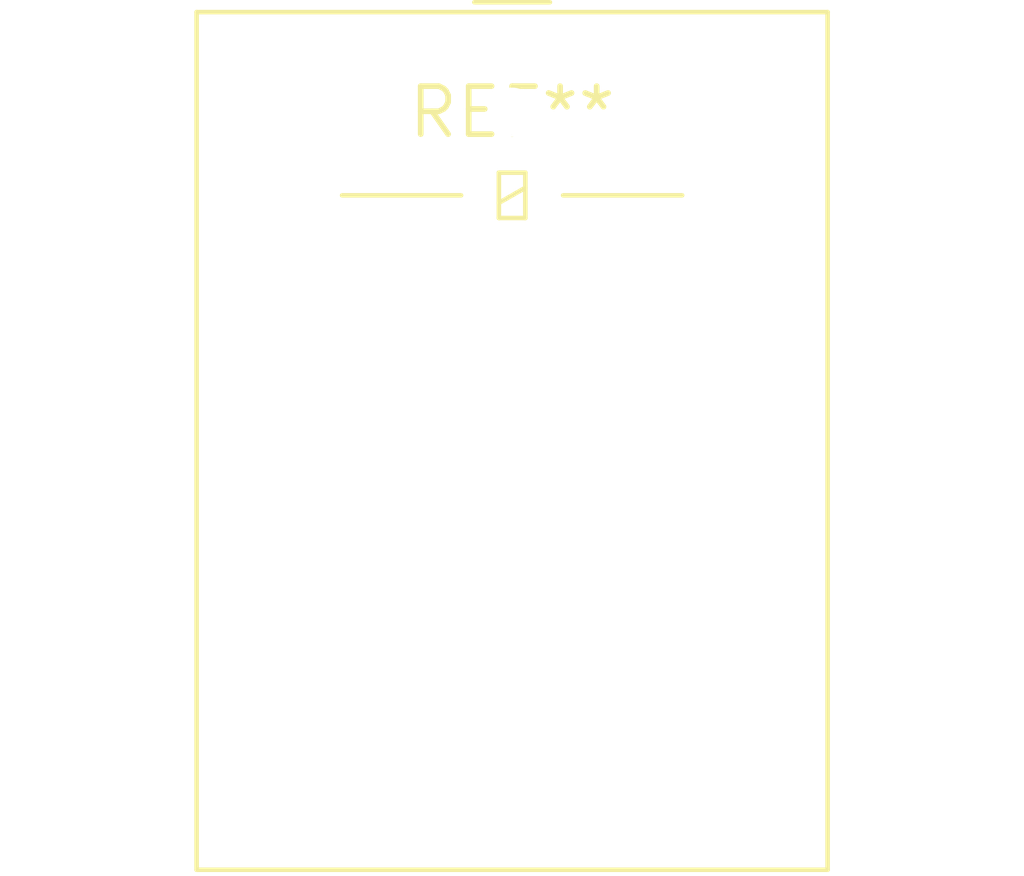
<source format=kicad_pcb>
(kicad_pcb (version 20240108) (generator pcbnew)
  (layers (0 "F.Cu" signal) (31 "B.Cu" signal) (34 "B.Paste" user) (35 "F.Paste" user) (36 "B.SilkS" user "B.Silkscreen") (37 "F.SilkS" user "F.Silkscreen") (38 "B.Mask" user) (39 "F.Mask" user) (44 "Edge.Cuts" user))
  (net 0 "")
  (footprint "Relay_SPDT_Omron-G5LE-1" (layer "F.Cu") (at 0 0)
    (property "Reference" "REF**")
    (property "Value" "Relay_SPDT_Omron-G5LE-1")
    (fp_line (start -8.35 -2.65) (end -8.35 20.05) (layer "F.SilkS") (stroke (width 0.12)))
    (fp_line (start -8.35 20.05) (end 8.35 20.05) (layer "F.SilkS") (stroke (width 0.12)))
    (fp_line (start -4.5 2.2) (end -1.35 2.2) (layer "F.SilkS") (stroke (width 0.12)))
    (fp_line (start -1 -2.91) (end 1 -2.91) (layer "F.SilkS") (stroke (width 0.12)))
    (fp_line (start -0.35 1.6) (end -0.35 2.8) (layer "F.SilkS") (stroke (width 0.12)))
    (fp_line (start -0.35 2.4) (end 0.35 2) (layer "F.SilkS") (stroke (width 0.12)))
    (fp_line (start -0.35 2.8) (end 0.35 2.8) (layer "F.SilkS") (stroke (width 0.12)))
    (fp_line (start 0.35 1.6) (end -0.35 1.6) (layer "F.SilkS") (stroke (width 0.12)))
    (fp_line (start 0.35 2.8) (end 0.35 1.6) (layer "F.SilkS") (stroke (width 0.12)))
    (fp_line (start 1.35 2.2) (end 4.5 2.2) (layer "F.SilkS") (stroke (width 0.12)))
    (fp_line (start 8.35 -2.65) (end -8.35 -2.65) (layer "F.SilkS") (stroke (width 0.12)))
    (fp_line (start 8.35 20.05) (end 8.35 -2.65) (layer "F.SilkS") (stroke (width 0.12)))
    (pad "1" thru_hole rect (at 0 0) (size 2.5 2.5) (drill 1.3) (layers *.Cu *.Mask) (remove_unused_layers))
    (pad "2" thru_hole oval (at -6 2) (size 2.5 2.5) (drill 1.3) (layers *.Cu *.Mask) (remove_unused_layers))
    (pad "3" thru_hole oval (at -6 14.2) (size 2.5 2.5) (drill 1.3) (layers *.Cu *.Mask) (remove_unused_layers))
    (pad "4" thru_hole oval (at 6 14.2) (size 2.5 2.5) (drill 1.3) (layers *.Cu *.Mask) (remove_unused_layers))
    (pad "5" thru_hole oval (at 6 2) (size 2.5 2.5) (drill 1.3) (layers *.Cu *.Mask) (remove_unused_layers))
  )
)
</source>
